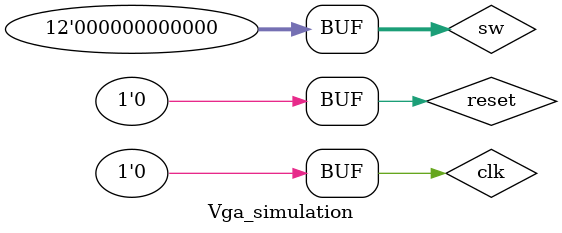
<source format=sv>
`timescale 1ns/1ps

module Vga_simulation();
  logic clk,reset,hsync,vsync;
  logic[11:0] sw,rgb;
  vga_test Test(clk,reset, sw, hsync, vsync, rgb);
  initial begin
    reset=1;
    clk=0;
    #10;
    reset=0;
  end
  assign #5 clk = ~clk;
  assign sw = 12'b0;

endmodule
</source>
